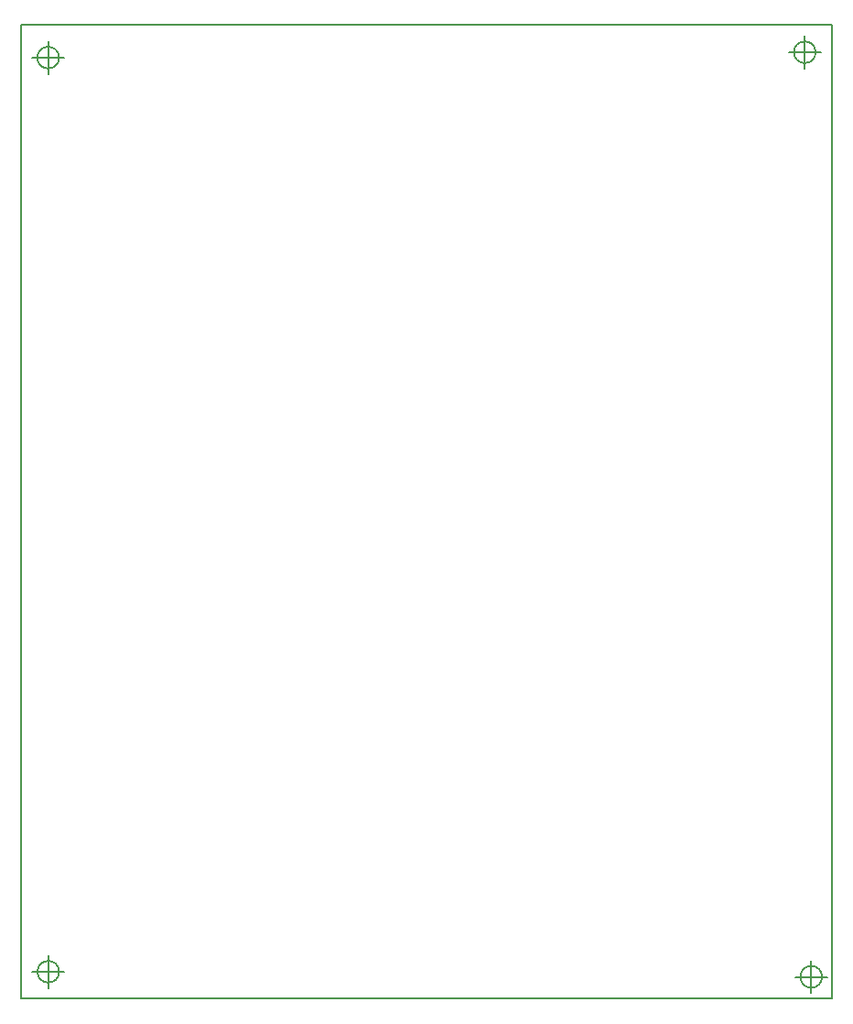
<source format=gbr>
G04 #@! TF.GenerationSoftware,KiCad,Pcbnew,5.0.0-rc2-dev-unknown-ccb668c~64~ubuntu18.04.1*
G04 #@! TF.CreationDate,2018-04-29T16:36:45+02:00*
G04 #@! TF.ProjectId,nano8825,6E616E6F383832352E6B696361645F70,rev?*
G04 #@! TF.SameCoordinates,Original*
G04 #@! TF.FileFunction,Profile,NP*
%FSLAX46Y46*%
G04 Gerber Fmt 4.6, Leading zero omitted, Abs format (unit mm)*
G04 Created by KiCad (PCBNEW 5.0.0-rc2-dev-unknown-ccb668c~64~ubuntu18.04.1) date Sun Apr 29 16:36:45 2018*
%MOMM*%
%LPD*%
G01*
G04 APERTURE LIST*
%ADD10C,0.150000*%
G04 APERTURE END LIST*
D10*
X38511485Y-132500000D02*
G75*
G03X38511485Y-132500000I-1000000J0D01*
G01*
X36011485Y-132500000D02*
X39011485Y-132500000D01*
X37511485Y-131000000D02*
X37511485Y-134000000D01*
X109089300Y-132970232D02*
G75*
G03X109089300Y-132970232I-1000000J0D01*
G01*
X106589300Y-132970232D02*
X109589300Y-132970232D01*
X108089300Y-131470232D02*
X108089300Y-134470232D01*
X108500000Y-47500000D02*
G75*
G03X108500000Y-47500000I-1000000J0D01*
G01*
X106000000Y-47500000D02*
X109000000Y-47500000D01*
X107500000Y-46000000D02*
X107500000Y-49000000D01*
X38500000Y-48000000D02*
G75*
G03X38500000Y-48000000I-1000000J0D01*
G01*
X36000000Y-48000000D02*
X39000000Y-48000000D01*
X37500000Y-46500000D02*
X37500000Y-49500000D01*
X35000000Y-135000000D02*
X110000000Y-135000000D01*
X35000000Y-45000000D02*
X35000000Y-135000000D01*
X110000000Y-45000000D02*
X35000000Y-45000000D01*
X110000000Y-135000000D02*
X110000000Y-45000000D01*
M02*

</source>
